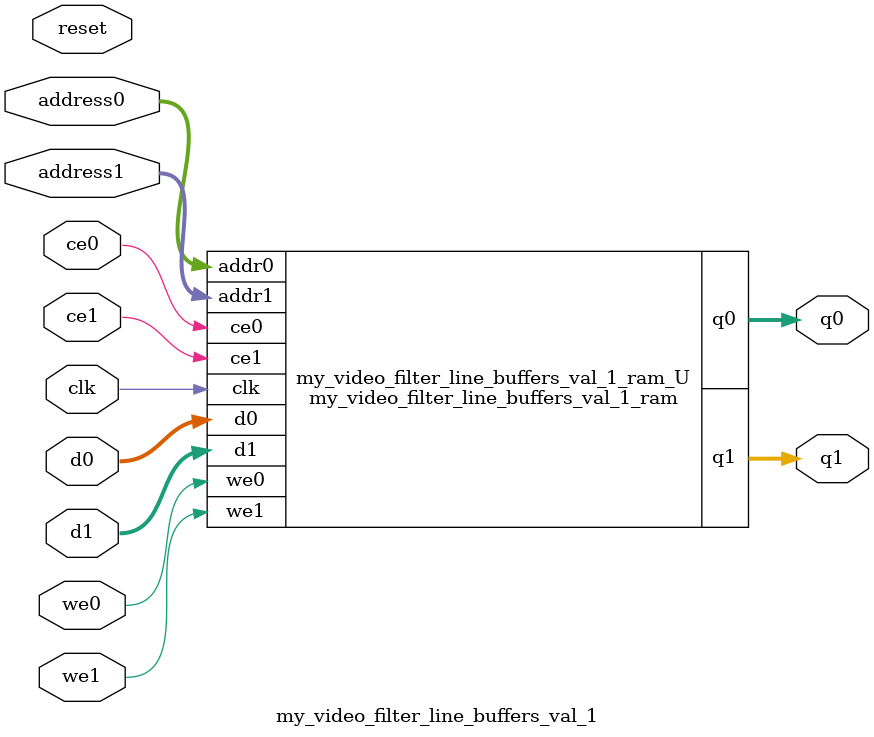
<source format=v>

`timescale 1 ns / 1 ps
module my_video_filter_line_buffers_val_1_ram (addr0, ce0, d0, we0, q0, addr1, ce1, d1, we1, q1,  clk);

parameter DWIDTH = 8;
parameter AWIDTH = 13;
parameter MEM_SIZE = 5760;

input[AWIDTH-1:0] addr0;
input ce0;
input[DWIDTH-1:0] d0;
input we0;
output reg[DWIDTH-1:0] q0;
input[AWIDTH-1:0] addr1;
input ce1;
input[DWIDTH-1:0] d1;
input we1;
output reg[DWIDTH-1:0] q1;
input clk;

(* ram_style = "block" *)reg [DWIDTH-1:0] ram[MEM_SIZE-1:0];




always @(posedge clk)  
begin 
    if (ce0) 
    begin
        if (we0) 
        begin 
            ram[addr0] <= d0; 
            q0 <= d0;
        end 
        else 
            q0 <= ram[addr0];
    end
end


always @(posedge clk)  
begin 
    if (ce1) 
    begin
        if (we1) 
        begin 
            ram[addr1] <= d1; 
            q1 <= d1;
        end 
        else 
            q1 <= ram[addr1];
    end
end


endmodule


`timescale 1 ns / 1 ps
module my_video_filter_line_buffers_val_1(
    reset,
    clk,
    address0,
    ce0,
    we0,
    d0,
    q0,
    address1,
    ce1,
    we1,
    d1,
    q1);

parameter DataWidth = 32'd8;
parameter AddressRange = 32'd5760;
parameter AddressWidth = 32'd13;
input reset;
input clk;
input[AddressWidth - 1:0] address0;
input ce0;
input we0;
input[DataWidth - 1:0] d0;
output[DataWidth - 1:0] q0;
input[AddressWidth - 1:0] address1;
input ce1;
input we1;
input[DataWidth - 1:0] d1;
output[DataWidth - 1:0] q1;



my_video_filter_line_buffers_val_1_ram my_video_filter_line_buffers_val_1_ram_U(
    .clk( clk ),
    .addr0( address0 ),
    .ce0( ce0 ),
    .d0( d0 ),
    .we0( we0 ),
    .q0( q0 ),
    .addr1( address1 ),
    .ce1( ce1 ),
    .d1( d1 ),
    .we1( we1 ),
    .q1( q1 ));

endmodule


</source>
